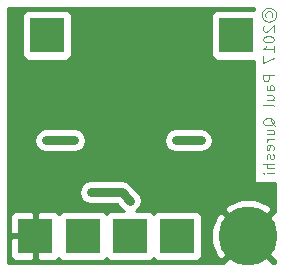
<source format=gbl>
G04 #@! TF.FileFunction,Copper,L2,Bot,Signal*
%FSLAX46Y46*%
G04 Gerber Fmt 4.6, Leading zero omitted, Abs format (unit mm)*
G04 Created by KiCad (PCBNEW 4.0.5) date 02/05/17 18:09:27*
%MOMM*%
%LPD*%
G01*
G04 APERTURE LIST*
%ADD10C,0.100000*%
%ADD11C,0.125000*%
%ADD12C,5.000000*%
%ADD13R,3.000000X3.000000*%
%ADD14C,0.600000*%
%ADD15C,0.750000*%
%ADD16C,0.254000*%
G04 APERTURE END LIST*
D10*
D11*
X122521429Y-58442857D02*
X122478571Y-58357143D01*
X122478571Y-58185714D01*
X122521429Y-58100000D01*
X122607143Y-58014286D01*
X122692857Y-57971429D01*
X122864286Y-57971429D01*
X122950000Y-58014286D01*
X123035714Y-58100000D01*
X123078571Y-58185714D01*
X123078571Y-58357143D01*
X123035714Y-58442857D01*
X122178571Y-58271429D02*
X122221429Y-58057143D01*
X122350000Y-57842857D01*
X122564286Y-57714286D01*
X122778571Y-57671429D01*
X122992857Y-57714286D01*
X123207143Y-57842857D01*
X123335714Y-58057143D01*
X123378571Y-58271429D01*
X123335714Y-58485714D01*
X123207143Y-58700000D01*
X122992857Y-58828571D01*
X122778571Y-58871429D01*
X122564286Y-58828571D01*
X122350000Y-58700000D01*
X122221429Y-58485714D01*
X122178571Y-58271429D01*
X122392857Y-59214286D02*
X122350000Y-59257143D01*
X122307143Y-59342857D01*
X122307143Y-59557143D01*
X122350000Y-59642857D01*
X122392857Y-59685714D01*
X122478571Y-59728571D01*
X122564286Y-59728571D01*
X122692857Y-59685714D01*
X123207143Y-59171428D01*
X123207143Y-59728571D01*
X122307143Y-60285714D02*
X122307143Y-60371429D01*
X122350000Y-60457143D01*
X122392857Y-60500000D01*
X122478571Y-60542857D01*
X122650000Y-60585714D01*
X122864286Y-60585714D01*
X123035714Y-60542857D01*
X123121429Y-60500000D01*
X123164286Y-60457143D01*
X123207143Y-60371429D01*
X123207143Y-60285714D01*
X123164286Y-60200000D01*
X123121429Y-60157143D01*
X123035714Y-60114286D01*
X122864286Y-60071429D01*
X122650000Y-60071429D01*
X122478571Y-60114286D01*
X122392857Y-60157143D01*
X122350000Y-60200000D01*
X122307143Y-60285714D01*
X123207143Y-61442857D02*
X123207143Y-60928572D01*
X123207143Y-61185714D02*
X122307143Y-61185714D01*
X122435714Y-61100000D01*
X122521429Y-61014286D01*
X122564286Y-60928572D01*
X122307143Y-61742857D02*
X122307143Y-62342857D01*
X123207143Y-61957143D01*
X123207143Y-63371429D02*
X122307143Y-63371429D01*
X122307143Y-63714286D01*
X122350000Y-63800000D01*
X122392857Y-63842857D01*
X122478571Y-63885714D01*
X122607143Y-63885714D01*
X122692857Y-63842857D01*
X122735714Y-63800000D01*
X122778571Y-63714286D01*
X122778571Y-63371429D01*
X123207143Y-64657143D02*
X122735714Y-64657143D01*
X122650000Y-64614286D01*
X122607143Y-64528572D01*
X122607143Y-64357143D01*
X122650000Y-64271429D01*
X123164286Y-64657143D02*
X123207143Y-64571429D01*
X123207143Y-64357143D01*
X123164286Y-64271429D01*
X123078571Y-64228572D01*
X122992857Y-64228572D01*
X122907143Y-64271429D01*
X122864286Y-64357143D01*
X122864286Y-64571429D01*
X122821429Y-64657143D01*
X122607143Y-65471429D02*
X123207143Y-65471429D01*
X122607143Y-65085715D02*
X123078571Y-65085715D01*
X123164286Y-65128572D01*
X123207143Y-65214286D01*
X123207143Y-65342858D01*
X123164286Y-65428572D01*
X123121429Y-65471429D01*
X123207143Y-66028572D02*
X123164286Y-65942858D01*
X123078571Y-65900001D01*
X122307143Y-65900001D01*
X123292857Y-67657144D02*
X123250000Y-67571429D01*
X123164286Y-67485715D01*
X123035714Y-67357144D01*
X122992857Y-67271429D01*
X122992857Y-67185715D01*
X123207143Y-67228572D02*
X123164286Y-67142858D01*
X123078571Y-67057144D01*
X122907143Y-67014287D01*
X122607143Y-67014287D01*
X122435714Y-67057144D01*
X122350000Y-67142858D01*
X122307143Y-67228572D01*
X122307143Y-67400001D01*
X122350000Y-67485715D01*
X122435714Y-67571429D01*
X122607143Y-67614287D01*
X122907143Y-67614287D01*
X123078571Y-67571429D01*
X123164286Y-67485715D01*
X123207143Y-67400001D01*
X123207143Y-67228572D01*
X122607143Y-68385715D02*
X123207143Y-68385715D01*
X122607143Y-68000001D02*
X123078571Y-68000001D01*
X123164286Y-68042858D01*
X123207143Y-68128572D01*
X123207143Y-68257144D01*
X123164286Y-68342858D01*
X123121429Y-68385715D01*
X123207143Y-68814287D02*
X122607143Y-68814287D01*
X122778571Y-68814287D02*
X122692857Y-68857144D01*
X122650000Y-68900001D01*
X122607143Y-68985715D01*
X122607143Y-69071430D01*
X123164286Y-69714287D02*
X123207143Y-69628573D01*
X123207143Y-69457144D01*
X123164286Y-69371430D01*
X123078571Y-69328573D01*
X122735714Y-69328573D01*
X122650000Y-69371430D01*
X122607143Y-69457144D01*
X122607143Y-69628573D01*
X122650000Y-69714287D01*
X122735714Y-69757144D01*
X122821429Y-69757144D01*
X122907143Y-69328573D01*
X123164286Y-70100002D02*
X123207143Y-70185716D01*
X123207143Y-70357144D01*
X123164286Y-70442859D01*
X123078571Y-70485716D01*
X123035714Y-70485716D01*
X122950000Y-70442859D01*
X122907143Y-70357144D01*
X122907143Y-70228573D01*
X122864286Y-70142859D01*
X122778571Y-70100002D01*
X122735714Y-70100002D01*
X122650000Y-70142859D01*
X122607143Y-70228573D01*
X122607143Y-70357144D01*
X122650000Y-70442859D01*
X123207143Y-70871430D02*
X122307143Y-70871430D01*
X123207143Y-71257144D02*
X122735714Y-71257144D01*
X122650000Y-71214287D01*
X122607143Y-71128573D01*
X122607143Y-71000001D01*
X122650000Y-70914287D01*
X122692857Y-70871430D01*
X123207143Y-71685716D02*
X122607143Y-71685716D01*
X122307143Y-71685716D02*
X122350000Y-71642859D01*
X122392857Y-71685716D01*
X122350000Y-71728573D01*
X122307143Y-71685716D01*
X122392857Y-71685716D01*
D12*
X121000000Y-77000000D03*
D13*
X103000000Y-77000000D03*
X104000000Y-60000000D03*
X111000000Y-77000000D03*
X120000000Y-60000000D03*
X115000000Y-77000000D03*
X107000000Y-77000000D03*
D14*
X106300000Y-68900000D03*
X103900000Y-68900000D03*
X111000000Y-74000000D03*
X107700000Y-73300000D03*
X121000000Y-65000000D03*
X110000000Y-68000000D03*
X111100000Y-61000000D03*
X112900000Y-61000000D03*
X109400000Y-70900000D03*
X119000000Y-72200000D03*
X121000000Y-67200000D03*
X111200000Y-66000000D03*
X104000000Y-73800000D03*
X104000000Y-74800000D03*
X103000000Y-73800000D03*
X103000000Y-74800000D03*
X117000000Y-68900000D03*
X114900000Y-68900000D03*
D15*
X103900000Y-68900000D02*
X106300000Y-68900000D01*
X107700000Y-73300000D02*
X110300000Y-73300000D01*
X110300000Y-73300000D02*
X111000000Y-74000000D01*
X114900000Y-68900000D02*
X117000000Y-68900000D01*
D16*
G36*
X121472500Y-57852560D02*
X118500000Y-57852560D01*
X118264683Y-57896838D01*
X118048559Y-58035910D01*
X117903569Y-58248110D01*
X117852560Y-58500000D01*
X117852560Y-61500000D01*
X117896838Y-61735317D01*
X118035910Y-61951441D01*
X118248110Y-62096431D01*
X118500000Y-62147440D01*
X121472500Y-62147440D01*
X121472500Y-72535000D01*
X123290000Y-72535000D01*
X123290000Y-74979793D01*
X123235880Y-74943725D01*
X121179605Y-77000000D01*
X123235880Y-79056275D01*
X123290000Y-79020207D01*
X123290000Y-79290000D01*
X123020207Y-79290000D01*
X123056275Y-79235880D01*
X121000000Y-77179605D01*
X118943725Y-79235880D01*
X118979793Y-79290000D01*
X100710000Y-79290000D01*
X100710000Y-77285750D01*
X100865000Y-77285750D01*
X100865000Y-78626310D01*
X100961673Y-78859699D01*
X101140302Y-79038327D01*
X101373691Y-79135000D01*
X102714250Y-79135000D01*
X102873000Y-78976250D01*
X102873000Y-77127000D01*
X101023750Y-77127000D01*
X100865000Y-77285750D01*
X100710000Y-77285750D01*
X100710000Y-75373690D01*
X100865000Y-75373690D01*
X100865000Y-76714250D01*
X101023750Y-76873000D01*
X102873000Y-76873000D01*
X102873000Y-75023750D01*
X103127000Y-75023750D01*
X103127000Y-76873000D01*
X103147000Y-76873000D01*
X103147000Y-77127000D01*
X103127000Y-77127000D01*
X103127000Y-78976250D01*
X103285750Y-79135000D01*
X104626309Y-79135000D01*
X104859698Y-79038327D01*
X105000936Y-78897090D01*
X105035910Y-78951441D01*
X105248110Y-79096431D01*
X105500000Y-79147440D01*
X108500000Y-79147440D01*
X108735317Y-79103162D01*
X108951441Y-78964090D01*
X108999134Y-78894289D01*
X109035910Y-78951441D01*
X109248110Y-79096431D01*
X109500000Y-79147440D01*
X112500000Y-79147440D01*
X112735317Y-79103162D01*
X112951441Y-78964090D01*
X112999134Y-78894289D01*
X113035910Y-78951441D01*
X113248110Y-79096431D01*
X113500000Y-79147440D01*
X116500000Y-79147440D01*
X116735317Y-79103162D01*
X116951441Y-78964090D01*
X117096431Y-78751890D01*
X117147440Y-78500000D01*
X117147440Y-76377892D01*
X117864706Y-76377892D01*
X117865295Y-77625072D01*
X118341436Y-78774579D01*
X118764120Y-79056275D01*
X120820395Y-77000000D01*
X118764120Y-74943725D01*
X118341436Y-75225421D01*
X117864706Y-76377892D01*
X117147440Y-76377892D01*
X117147440Y-75500000D01*
X117103162Y-75264683D01*
X116964090Y-75048559D01*
X116751890Y-74903569D01*
X116500000Y-74852560D01*
X113500000Y-74852560D01*
X113264683Y-74896838D01*
X113048559Y-75035910D01*
X113000866Y-75105711D01*
X112964090Y-75048559D01*
X112751890Y-74903569D01*
X112500000Y-74852560D01*
X111507073Y-74852560D01*
X111639432Y-74764120D01*
X118943725Y-74764120D01*
X121000000Y-76820395D01*
X123056275Y-74764120D01*
X122774579Y-74341436D01*
X121622108Y-73864706D01*
X120374928Y-73865295D01*
X119225421Y-74341436D01*
X118943725Y-74764120D01*
X111639432Y-74764120D01*
X111714177Y-74714177D01*
X111933118Y-74386510D01*
X112010000Y-74000000D01*
X111933118Y-73613489D01*
X111714177Y-73285822D01*
X111014178Y-72585822D01*
X110686510Y-72366882D01*
X110300000Y-72290000D01*
X107700000Y-72290000D01*
X107313490Y-72366882D01*
X106985822Y-72585822D01*
X106766882Y-72913490D01*
X106690000Y-73300000D01*
X106766882Y-73686510D01*
X106985822Y-74014178D01*
X107313490Y-74233118D01*
X107700000Y-74310000D01*
X109881644Y-74310000D01*
X110285822Y-74714177D01*
X110492926Y-74852560D01*
X109500000Y-74852560D01*
X109264683Y-74896838D01*
X109048559Y-75035910D01*
X109000866Y-75105711D01*
X108964090Y-75048559D01*
X108751890Y-74903569D01*
X108500000Y-74852560D01*
X105500000Y-74852560D01*
X105264683Y-74896838D01*
X105048559Y-75035910D01*
X105002031Y-75104006D01*
X104859698Y-74961673D01*
X104626309Y-74865000D01*
X103285750Y-74865000D01*
X103127000Y-75023750D01*
X102873000Y-75023750D01*
X102714250Y-74865000D01*
X101373691Y-74865000D01*
X101140302Y-74961673D01*
X100961673Y-75140301D01*
X100865000Y-75373690D01*
X100710000Y-75373690D01*
X100710000Y-68900000D01*
X102890000Y-68900000D01*
X102966882Y-69286510D01*
X103185822Y-69614178D01*
X103513490Y-69833118D01*
X103900000Y-69910000D01*
X106300000Y-69910000D01*
X106686510Y-69833118D01*
X107014178Y-69614178D01*
X107233118Y-69286510D01*
X107310000Y-68900000D01*
X113890000Y-68900000D01*
X113966882Y-69286510D01*
X114185822Y-69614178D01*
X114513490Y-69833118D01*
X114900000Y-69910000D01*
X117000000Y-69910000D01*
X117386510Y-69833118D01*
X117714178Y-69614178D01*
X117933118Y-69286510D01*
X118010000Y-68900000D01*
X117933118Y-68513490D01*
X117714178Y-68185822D01*
X117386510Y-67966882D01*
X117000000Y-67890000D01*
X114900000Y-67890000D01*
X114513490Y-67966882D01*
X114185822Y-68185822D01*
X113966882Y-68513490D01*
X113890000Y-68900000D01*
X107310000Y-68900000D01*
X107233118Y-68513490D01*
X107014178Y-68185822D01*
X106686510Y-67966882D01*
X106300000Y-67890000D01*
X103900000Y-67890000D01*
X103513490Y-67966882D01*
X103185822Y-68185822D01*
X102966882Y-68513490D01*
X102890000Y-68900000D01*
X100710000Y-68900000D01*
X100710000Y-58500000D01*
X101852560Y-58500000D01*
X101852560Y-61500000D01*
X101896838Y-61735317D01*
X102035910Y-61951441D01*
X102248110Y-62096431D01*
X102500000Y-62147440D01*
X105500000Y-62147440D01*
X105735317Y-62103162D01*
X105951441Y-61964090D01*
X106096431Y-61751890D01*
X106147440Y-61500000D01*
X106147440Y-58500000D01*
X106103162Y-58264683D01*
X105964090Y-58048559D01*
X105751890Y-57903569D01*
X105500000Y-57852560D01*
X102500000Y-57852560D01*
X102264683Y-57896838D01*
X102048559Y-58035910D01*
X101903569Y-58248110D01*
X101852560Y-58500000D01*
X100710000Y-58500000D01*
X100710000Y-57710000D01*
X121472500Y-57710000D01*
X121472500Y-57852560D01*
X121472500Y-57852560D01*
G37*
X121472500Y-57852560D02*
X118500000Y-57852560D01*
X118264683Y-57896838D01*
X118048559Y-58035910D01*
X117903569Y-58248110D01*
X117852560Y-58500000D01*
X117852560Y-61500000D01*
X117896838Y-61735317D01*
X118035910Y-61951441D01*
X118248110Y-62096431D01*
X118500000Y-62147440D01*
X121472500Y-62147440D01*
X121472500Y-72535000D01*
X123290000Y-72535000D01*
X123290000Y-74979793D01*
X123235880Y-74943725D01*
X121179605Y-77000000D01*
X123235880Y-79056275D01*
X123290000Y-79020207D01*
X123290000Y-79290000D01*
X123020207Y-79290000D01*
X123056275Y-79235880D01*
X121000000Y-77179605D01*
X118943725Y-79235880D01*
X118979793Y-79290000D01*
X100710000Y-79290000D01*
X100710000Y-77285750D01*
X100865000Y-77285750D01*
X100865000Y-78626310D01*
X100961673Y-78859699D01*
X101140302Y-79038327D01*
X101373691Y-79135000D01*
X102714250Y-79135000D01*
X102873000Y-78976250D01*
X102873000Y-77127000D01*
X101023750Y-77127000D01*
X100865000Y-77285750D01*
X100710000Y-77285750D01*
X100710000Y-75373690D01*
X100865000Y-75373690D01*
X100865000Y-76714250D01*
X101023750Y-76873000D01*
X102873000Y-76873000D01*
X102873000Y-75023750D01*
X103127000Y-75023750D01*
X103127000Y-76873000D01*
X103147000Y-76873000D01*
X103147000Y-77127000D01*
X103127000Y-77127000D01*
X103127000Y-78976250D01*
X103285750Y-79135000D01*
X104626309Y-79135000D01*
X104859698Y-79038327D01*
X105000936Y-78897090D01*
X105035910Y-78951441D01*
X105248110Y-79096431D01*
X105500000Y-79147440D01*
X108500000Y-79147440D01*
X108735317Y-79103162D01*
X108951441Y-78964090D01*
X108999134Y-78894289D01*
X109035910Y-78951441D01*
X109248110Y-79096431D01*
X109500000Y-79147440D01*
X112500000Y-79147440D01*
X112735317Y-79103162D01*
X112951441Y-78964090D01*
X112999134Y-78894289D01*
X113035910Y-78951441D01*
X113248110Y-79096431D01*
X113500000Y-79147440D01*
X116500000Y-79147440D01*
X116735317Y-79103162D01*
X116951441Y-78964090D01*
X117096431Y-78751890D01*
X117147440Y-78500000D01*
X117147440Y-76377892D01*
X117864706Y-76377892D01*
X117865295Y-77625072D01*
X118341436Y-78774579D01*
X118764120Y-79056275D01*
X120820395Y-77000000D01*
X118764120Y-74943725D01*
X118341436Y-75225421D01*
X117864706Y-76377892D01*
X117147440Y-76377892D01*
X117147440Y-75500000D01*
X117103162Y-75264683D01*
X116964090Y-75048559D01*
X116751890Y-74903569D01*
X116500000Y-74852560D01*
X113500000Y-74852560D01*
X113264683Y-74896838D01*
X113048559Y-75035910D01*
X113000866Y-75105711D01*
X112964090Y-75048559D01*
X112751890Y-74903569D01*
X112500000Y-74852560D01*
X111507073Y-74852560D01*
X111639432Y-74764120D01*
X118943725Y-74764120D01*
X121000000Y-76820395D01*
X123056275Y-74764120D01*
X122774579Y-74341436D01*
X121622108Y-73864706D01*
X120374928Y-73865295D01*
X119225421Y-74341436D01*
X118943725Y-74764120D01*
X111639432Y-74764120D01*
X111714177Y-74714177D01*
X111933118Y-74386510D01*
X112010000Y-74000000D01*
X111933118Y-73613489D01*
X111714177Y-73285822D01*
X111014178Y-72585822D01*
X110686510Y-72366882D01*
X110300000Y-72290000D01*
X107700000Y-72290000D01*
X107313490Y-72366882D01*
X106985822Y-72585822D01*
X106766882Y-72913490D01*
X106690000Y-73300000D01*
X106766882Y-73686510D01*
X106985822Y-74014178D01*
X107313490Y-74233118D01*
X107700000Y-74310000D01*
X109881644Y-74310000D01*
X110285822Y-74714177D01*
X110492926Y-74852560D01*
X109500000Y-74852560D01*
X109264683Y-74896838D01*
X109048559Y-75035910D01*
X109000866Y-75105711D01*
X108964090Y-75048559D01*
X108751890Y-74903569D01*
X108500000Y-74852560D01*
X105500000Y-74852560D01*
X105264683Y-74896838D01*
X105048559Y-75035910D01*
X105002031Y-75104006D01*
X104859698Y-74961673D01*
X104626309Y-74865000D01*
X103285750Y-74865000D01*
X103127000Y-75023750D01*
X102873000Y-75023750D01*
X102714250Y-74865000D01*
X101373691Y-74865000D01*
X101140302Y-74961673D01*
X100961673Y-75140301D01*
X100865000Y-75373690D01*
X100710000Y-75373690D01*
X100710000Y-68900000D01*
X102890000Y-68900000D01*
X102966882Y-69286510D01*
X103185822Y-69614178D01*
X103513490Y-69833118D01*
X103900000Y-69910000D01*
X106300000Y-69910000D01*
X106686510Y-69833118D01*
X107014178Y-69614178D01*
X107233118Y-69286510D01*
X107310000Y-68900000D01*
X113890000Y-68900000D01*
X113966882Y-69286510D01*
X114185822Y-69614178D01*
X114513490Y-69833118D01*
X114900000Y-69910000D01*
X117000000Y-69910000D01*
X117386510Y-69833118D01*
X117714178Y-69614178D01*
X117933118Y-69286510D01*
X118010000Y-68900000D01*
X117933118Y-68513490D01*
X117714178Y-68185822D01*
X117386510Y-67966882D01*
X117000000Y-67890000D01*
X114900000Y-67890000D01*
X114513490Y-67966882D01*
X114185822Y-68185822D01*
X113966882Y-68513490D01*
X113890000Y-68900000D01*
X107310000Y-68900000D01*
X107233118Y-68513490D01*
X107014178Y-68185822D01*
X106686510Y-67966882D01*
X106300000Y-67890000D01*
X103900000Y-67890000D01*
X103513490Y-67966882D01*
X103185822Y-68185822D01*
X102966882Y-68513490D01*
X102890000Y-68900000D01*
X100710000Y-68900000D01*
X100710000Y-58500000D01*
X101852560Y-58500000D01*
X101852560Y-61500000D01*
X101896838Y-61735317D01*
X102035910Y-61951441D01*
X102248110Y-62096431D01*
X102500000Y-62147440D01*
X105500000Y-62147440D01*
X105735317Y-62103162D01*
X105951441Y-61964090D01*
X106096431Y-61751890D01*
X106147440Y-61500000D01*
X106147440Y-58500000D01*
X106103162Y-58264683D01*
X105964090Y-58048559D01*
X105751890Y-57903569D01*
X105500000Y-57852560D01*
X102500000Y-57852560D01*
X102264683Y-57896838D01*
X102048559Y-58035910D01*
X101903569Y-58248110D01*
X101852560Y-58500000D01*
X100710000Y-58500000D01*
X100710000Y-57710000D01*
X121472500Y-57710000D01*
X121472500Y-57852560D01*
M02*

</source>
